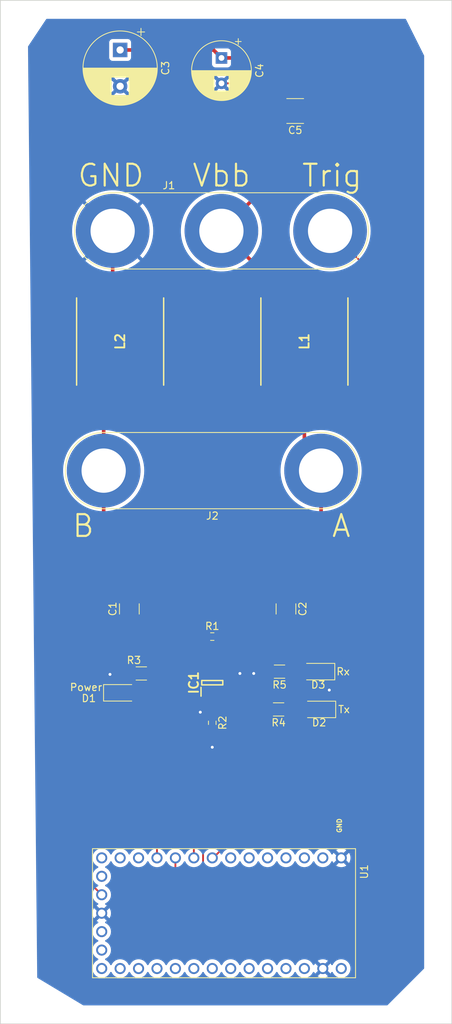
<source format=kicad_pcb>
(kicad_pcb (version 20211014) (generator pcbnew)
  (layers (0 "F.Cu" signal) (31 "B.Cu" signal) (34 "B.Paste" user) (35 "F.Paste" user) (36 "B.SilkS" user "B.Silkscreen") (37 "F.SilkS" user "F.Silkscreen") (38 "B.Mask" user) (39 "F.Mask" user) (44 "Edge.Cuts" user))
  (net 0 "")
  (net 8 "B")
  (net 9 "A")
  (net 10 "Vbb")
  (net 25 "GND")
  (net 26 "Net-(IC1-Pad1)")
  (net 27 "MODE")
  (net 31 "Net-(IC1-Pad3)")
  (net 32 "Net-(IC1-Pad4)")
  (net 33 "3.3V")
  (net 34 "Trig")
  (net 35 "Net-(C1-Pad1)")
  (net 36 "Net-(C2-Pad2)")
  (net 37 "Net-(D1-Pad2)")
  (net 38 "Net-(D2-Pad2)")
  (net 39 "Net-(D3-Pad2)")
  (footprint "MSS1278-124KLD:INDPM120120X805N" (layer "F.Cu") (at 115.57 111.76 -90)
    (fp_text reference "L1" (at 0 0 90) (layer "F.SilkS") (effects (font (size 1.27 1.27) (thickness 0.254))))
    (fp_text value "120 uH - 1.9A" hide)
    (fp_line (start -6 6) (end 6 6) (layer "F.SilkS") (width 0.2))
    (fp_line (start 6 -6) (end -6 -6) (layer "F.SilkS") (width 0.2))
    (pad "1" smd rect (at -4.4 0 270) (size 4.5 5.1) (layers "F.Cu" "F.Paste" "F.Mask") (net 10 "Vbb"))
    (pad "2" smd rect (at 4.4 0 270) (size 4.5 5.1) (layers "F.Cu" "F.Paste" "F.Mask") (net 9 "A"))
  )
  (footprint "Resistor_SMD:R_1206_3216Metric" (layer "F.Cu") (at 93.091 157.48)
    (fp_text reference "R3" (at -1.016 -1.82) (layer "F.SilkS"))
    (fp_text value "1k")
    (fp_line (start -0.727064 -0.91) (end 0.727064 -0.91) (layer "F.SilkS") (width 0.12))
    (fp_line (start -0.727064 0.91) (end 0.727064 0.91) (layer "F.SilkS") (width 0.12))
    (pad "1" smd roundrect (at -1.4625 0) (size 1.125 1.75) (layers "F.Cu" "F.Paste" "F.Mask") (roundrect_rratio 0.222222) (net 37 "Net-(D1-Pad2)"))
    (pad "2" smd roundrect (at 1.4625 0) (size 1.125 1.75) (layers "F.Cu" "F.Paste" "F.Mask") (roundrect_rratio 0.222222) (net 33 "3.3V"))
  )
  (footprint "Connector:Banana_Jack_3Pin" (layer "F.Cu") (at 89.14 96.52)
    (fp_text reference "J1" (at 7.75 -6.25) (layer "F.SilkS"))
    (fp_text value "Conn_01x03")
    (fp_line (start 0 5.25) (end 30 5.25) (layer "F.SilkS") (width 0.12))
    (fp_line (start 30 -5.25) (end 0 -5.25) (layer "F.SilkS") (width 0.12))
    (fp_arc (start 30 -5.25) (mid 35.25 0) (end 30 5.25) (layer "F.SilkS") (width 0.12))
    (fp_arc (start 0 5.25) (mid -5.25 0) (end 0 -5.25) (layer "F.SilkS") (width 0.12))
    (pad "1" thru_hole circle (at 0 0) (size 10.16 10.16) (drill 6.1) (layers *.Cu *.Mask) (net 25 "GND"))
    (pad "2" thru_hole circle (at 14.99 0) (size 10.16 10.16) (drill 6.1) (layers *.Cu *.Mask) (net 10 "Vbb"))
    (pad "3" thru_hole circle (at 29.97 0) (size 10.16 10.16) (drill 6.1) (layers *.Cu *.Mask) (net 34 "Trig"))
  )
  (footprint "LED_SMD:LED_1206_3216Metric" (layer "F.Cu") (at 90.17 160.147)
    (fp_text reference "D1" (at -4.318 0.762) (layer "F.SilkS"))
    (fp_text value "LED_blue")
    (fp_line (start 1.6 -1.135) (end -2.285 -1.135) (layer "F.SilkS") (width 0.12))
    (fp_line (start -2.285 1.135) (end 1.6 1.135) (layer "F.SilkS") (width 0.12))
    (fp_line (start -2.285 -1.135) (end -2.285 1.135) (layer "F.SilkS") (width 0.12))
    (pad "1" smd roundrect (at -1.4 0) (size 1.25 1.75) (layers "F.Cu" "F.Paste" "F.Mask") (roundrect_rratio 0.2) (net 25 "GND"))
    (pad "2" smd roundrect (at 1.4 0) (size 1.25 1.75) (layers "F.Cu" "F.Paste" "F.Mask") (roundrect_rratio 0.2) (net 37 "Net-(D1-Pad2)"))
  )
  (footprint "LED_SMD:LED_1206_3216Metric" (layer "F.Cu") (at 117.475 157.226 180)
    (fp_text reference "D3" (at 0 -1.82) (layer "F.SilkS"))
    (fp_text value "LED_red")
    (fp_line (start 1.6 -1.135) (end -2.285 -1.135) (layer "F.SilkS") (width 0.12))
    (fp_line (start -2.285 -1.135) (end -2.285 1.135) (layer "F.SilkS") (width 0.12))
    (fp_line (start -2.285 1.135) (end 1.6 1.135) (layer "F.SilkS") (width 0.12))
    (pad "1" smd roundrect (at -1.4 0 180) (size 1.25 1.75) (layers "F.Cu" "F.Paste" "F.Mask") (roundrect_rratio 0.2) (net 25 "GND"))
    (pad "2" smd roundrect (at 1.4 0 180) (size 1.25 1.75) (layers "F.Cu" "F.Paste" "F.Mask") (roundrect_rratio 0.2) (net 39 "Net-(D3-Pad2)"))
  )
  (footprint "Resistor_SMD:R_0603_1608Metric" (layer "F.Cu") (at 102.87 152.4)
    (fp_text reference "R1" (at 0 -1.43) (layer "F.SilkS"))
    (fp_text value "120")
    (fp_line (start -0.237258 0.5225) (end 0.237258 0.5225) (layer "F.SilkS") (width 0.12))
    (fp_line (start -0.237258 -0.5225) (end 0.237258 -0.5225) (layer "F.SilkS") (width 0.12))
    (pad "1" smd roundrect (at -0.825 0) (size 0.8 0.95) (layers "F.Cu" "F.Paste" "F.Mask") (net 35 "Net-(C1-Pad1)"))
    (pad "2" smd roundrect (at 0.825 0) (size 0.8 0.95) (layers "F.Cu" "F.Paste" "F.Mask") (net 36 "Net-(C2-Pad2)"))
  )
  (footprint "MSS1278-124KLD:INDPM120120X805N" (layer "F.Cu") (at 90.17 111.76 -90)
    (fp_text reference "L2" (at 0 0 90) (layer "F.SilkS") (effects (font (size 1.27 1.27) (thickness 0.254))))
    (fp_text value "120 uH - 1.9A" hide)
    (fp_line (start 6 -6) (end -6 -6) (layer "F.SilkS") (width 0.2))
    (fp_line (start -6 6) (end 6 6) (layer "F.SilkS") (width 0.2))
    (pad "1" smd rect (at -4.4 0 270) (size 4.5 5.1) (layers "F.Cu" "F.Paste" "F.Mask") (net 25 "GND"))
    (pad "2" smd rect (at 4.4 0 270) (size 4.5 5.1) (layers "F.Cu" "F.Paste" "F.Mask") (net 8 "B"))
  )
  (footprint "Resistor_SMD:R_1206_3216Metric" (layer "F.Cu") (at 112.141 157.226 180)
    (fp_text reference "R5" (at 0 -1.82) (layer "F.SilkS"))
    (fp_text value "1k")
    (fp_line (start -0.727064 -0.91) (end 0.727064 -0.91) (layer "F.SilkS") (width 0.12))
    (fp_line (start -0.727064 0.91) (end 0.727064 0.91) (layer "F.SilkS") (width 0.12))
    (pad "1" smd roundrect (at -1.4625 0 180) (size 1.125 1.75) (layers "F.Cu" "F.Paste" "F.Mask") (roundrect_rratio 0.222222) (net 39 "Net-(D3-Pad2)"))
    (pad "2" smd roundrect (at 1.4625 0 180) (size 1.125 1.75) (layers "F.Cu" "F.Paste" "F.Mask") (roundrect_rratio 0.222222) (net 26 "Net-(IC1-Pad1)"))
  )
  (footprint "Capacitor_THT:CP_Radial_D8.0mm_P3.50mm" (layer "F.Cu") (at 104.14 72.7 -90)
    (fp_text reference "C4" (at 1.75 -5.25 90) (layer "F.SilkS"))
    (fp_text value "10 uF - 200V")
    (fp_line (start 2.951 -3.902) (end 2.951 -1.04) (layer "F.SilkS") (width 0.12))
    (fp_line (start 5.271 -2.102) (end 5.271 2.102) (layer "F.SilkS") (width 0.12))
    (fp_line (start 2.751 1.04) (end 2.751 3.957) (layer "F.SilkS") (width 0.12))
    (fp_line (start 3.791 -3.54) (end 3.791 -1.04) (layer "F.SilkS") (width 0.12))
    (fp_line (start 1.83 -4.08) (end 1.83 4.08) (layer "F.SilkS") (width 0.12))
    (fp_line (start 5.391 -1.89) (end 5.391 1.89) (layer "F.SilkS") (width 0.12))
    (fp_line (start 4.831 -2.697) (end 4.831 2.697) (layer "F.SilkS") (width 0.12))
    (fp_line (start 3.951 1.04) (end 3.951 3.444) (layer "F.SilkS") (width 0.12))
    (fp_line (start -2.659698 -2.315) (end -1.859698 -2.315) (layer "F.SilkS") (width 0.12))
    (fp_line (start 2.11 -4.065) (end 2.11 4.065) (layer "F.SilkS") (width 0.12))
    (fp_line (start 5.471 -1.731) (end 5.471 1.731) (layer "F.SilkS") (width 0.12))
    (fp_line (start 2.551 1.04) (end 2.551 4.002) (layer "F.SilkS") (width 0.12))
    (fp_line (start 2.951 1.04) (end 2.951 3.902) (layer "F.SilkS") (width 0.12))
    (fp_line (start 2.31 -4.042) (end 2.31 4.042) (layer "F.SilkS") (width 0.12))
    (fp_line (start 4.311 1.04) (end 4.311 3.189) (layer "F.SilkS") (width 0.12))
    (fp_line (start 5.551 -1.552) (end 5.551 1.552) (layer "F.SilkS") (width 0.12))
    (fp_line (start 2.911 1.04) (end 2.911 3.914) (layer "F.SilkS") (width 0.12))
    (fp_line (start 2.591 1.04) (end 2.591 3.994) (layer "F.SilkS") (width 0.12))
    (fp_line (start 2.19 -4.057) (end 2.19 4.057) (layer "F.SilkS") (width 0.12))
    (fp_line (start 3.831 -3.517) (end 3.831 -1.04) (layer "F.SilkS") (width 0.12))
    (fp_line (start 4.591 -2.945) (end 4.591 2.945) (layer "F.SilkS") (width 0.12))
    (fp_line (start 3.391 1.04) (end 3.391 3.74) (layer "F.SilkS") (width 0.12))
    (fp_line (start 1.99 -4.074) (end 1.99 4.074) (layer "F.SilkS") (width 0.12))
    (fp_line (start 3.431 -3.722) (end 3.431 -1.04) (layer "F.SilkS") (width 0.12))
    (fp_line (start 2.671 -3.976) (end 2.671 -1.04) (layer "F.SilkS") (width 0.12))
    (fp_line (start 4.271 -3.22) (end 4.271 -1.04) (layer "F.SilkS") (width 0.12))
    (fp_line (start 1.79 -4.08) (end 1.79 4.08) (layer "F.SilkS") (width 0.12))
    (fp_line (start 3.111 -3.85) (end 3.111 -1.04) (layer "F.SilkS") (width 0.12))
    (fp_line (start 4.071 -3.365) (end 4.071 -1.04) (layer "F.SilkS") (width 0.12))
    (fp_line (start 5.231 -2.166) (end 5.231 2.166) (layer "F.SilkS") (width 0.12))
    (fp_line (start 3.351 1.04) (end 3.351 3.757) (layer "F.SilkS") (width 0.12))
    (fp_line (start 3.071 1.04) (end 3.071 3.863) (layer "F.SilkS") (width 0.12))
    (fp_line (start 4.711 -2.826) (end 4.711 2.826) (layer "F.SilkS") (width 0.12))
    (fp_line (start 4.191 -3.28) (end 4.191 -1.04) (layer "F.SilkS") (width 0.12))
    (fp_line (start 3.031 -3.877) (end 3.031 -1.04) (layer "F.SilkS") (width 0.12))
    (fp_line (start 4.111 1.04) (end 4.111 3.338) (layer "F.SilkS") (width 0.12))
    (fp_line (start 4.071 1.04) (end 4.071 3.365) (layer "F.SilkS") (width 0.12))
    (fp_line (start 2.03 -4.071) (end 2.03 4.071) (layer "F.SilkS") (width 0.12))
    (fp_line (start 4.391 1.04) (end 4.391 3.124) (layer "F.SilkS") (width 0.12))
    (fp_line (start 2.791 -3.947) (end 2.791 -1.04) (layer "F.SilkS") (width 0.12))
    (fp_line (start 2.471 1.04) (end 2.471 4.017) (layer "F.SilkS") (width 0.12))
    (fp_line (start -2.259698 -2.715) (end -2.259698 -1.915) (layer "F.SilkS") (width 0.12))
    (fp_line (start 5.431 -1.813) (end 5.431 1.813) (layer "F.SilkS") (width 0.12))
    (fp_line (start 3.391 -3.74) (end 3.391 -1.04) (layer "F.SilkS") (width 0.12))
    (fp_line (start 3.551 1.04) (end 3.551 3.666) (layer "F.SilkS") (width 0.12))
    (fp_line (start 3.991 -3.418) (end 3.991 -1.04) (layer "F.SilkS") (width 0.12))
    (fp_line (start 3.191 -3.821) (end 3.191 -1.04) (layer "F.SilkS") (width 0.12))
    (fp_line (start 4.471 -3.055) (end 4.471 -1.04) (layer "F.SilkS") (width 0.12))
    (fp_line (start 5.711 -1.098) (end 5.711 1.098) (layer "F.SilkS") (width 0.12))
    (fp_line (start 2.551 -4.002) (end 2.551 -1.04) (layer "F.SilkS") (width 0.12))
    (fp_line (start 3.311 -3.774) (end 3.311 -1.04) (layer "F.SilkS") (width 0.12))
    (fp_line (start 3.511 1.04) (end 3.511 3.686) (layer "F.SilkS") (width 0.12))
    (fp_line (start 2.711 -3.967) (end 2.711 -1.04) (layer "F.SilkS") (width 0.12))
    (fp_line (start 4.231 1.04) (end 4.231 3.25) (layer "F.SilkS") (width 0.12))
    (fp_line (start 3.191 1.04) (end 3.191 3.821) (layer "F.SilkS") (width 0.12))
    (fp_line (start 4.271 1.04) (end 4.271 3.22) (layer "F.SilkS") (width 0.12))
    (fp_line (start 4.631 -2.907) (end 4.631 2.907) (layer "F.SilkS") (width 0.12))
    (fp_line (start 4.551 -2.983) (end 4.551 2.983) (layer "F.SilkS") (width 0.12))
    (fp_line (start 4.871 -2.651) (end 4.871 2.651) (layer "F.SilkS") (width 0.12))
    (fp_line (start 3.551 -3.666) (end 3.551 -1.04) (layer "F.SilkS") (width 0.12))
    (fp_line (start 4.351 -3.156) (end 4.351 -1.04) (layer "F.SilkS") (width 0.12))
    (fp_line (start 4.671 -2.867) (end 4.671 2.867) (layer "F.SilkS") (width 0.12))
    (fp_line (start 3.271 -3.79) (end 3.271 -1.04) (layer "F.SilkS") (width 0.12))
    (fp_line (start 2.871 -3.925) (end 2.871 -1.04) (layer "F.SilkS") (width 0.12))
    (fp_line (start 2.991 1.04) (end 2.991 3.889) (layer "F.SilkS") (width 0.12))
    (fp_line (start 1.95 -4.076) (end 1.95 4.076) (layer "F.SilkS") (width 0.12))
    (fp_line (start 5.351 -1.964) (end 5.351 1.964) (layer "F.SilkS") (width 0.12))
    (fp_line (start 5.031 -2.454) (end 5.031 2.454) (layer "F.SilkS") (width 0.12))
    (fp_line (start 3.871 1.04) (end 3.871 3.493) (layer "F.SilkS") (width 0.12))
    (fp_line (start 2.35 -4.037) (end 2.35 4.037) (layer "F.SilkS") (width 0.12))
    (fp_line (start 4.511 -3.019) (end 4.511 -1.04) (layer "F.SilkS") (width 0.12))
    (fp_line (start 1.91 -4.077) (end 1.91 4.077) (layer "F.SilkS") (width 0.12))
    (fp_line (start 5.831 -0.533) (end 5.831 0.533) (layer "F.SilkS") (width 0.12))
    (fp_line (start 5.591 -1.453) (end 5.591 1.453) (layer "F.SilkS") (width 0.12))
    (fp_line (start 2.671 1.04) (end 2.671 3.976) (layer "F.SilkS") (width 0.12))
    (fp_line (start 2.39 -4.03) (end 2.39 4.03) (layer "F.SilkS") (width 0.12))
    (fp_line (start 2.631 -3.985) (end 2.631 -1.04) (layer "F.SilkS") (width 0.12))
    (fp_line (start 5.631 -1.346) (end 5.631 1.346) (layer "F.SilkS") (width 0.12))
    (fp_line (start 3.791 1.04) (end 3.791 3.54) (layer "F.SilkS") (width 0.12))
    (fp_line (start 2.711 1.04) (end 2.711 3.967) (layer "F.SilkS") (width 0.12))
    (fp_line (start 3.151 -3.835) (end 3.151 -1.04) (layer "F.SilkS") (width 0.12))
    (fp_line (start 3.671 1.04) (end 3.671 3.606) (layer "F.SilkS") (width 0.12))
    (fp_line (start 3.711 -3.584) (end 3.711 -1.04) (layer "F.SilkS") (width 0.12))
    (fp_line (start 2.831 1.04) (end 2.831 3.936) (layer "F.SilkS") (width 0.12))
    (fp_line (start 1.87 -4.079) (end 1.87 4.079) (layer "F.SilkS") (width 0.12))
    (fp_line (start 2.911 -3.914) (end 2.911 -1.04) (layer "F.SilkS") (width 0.12))
    (fp_line (start 3.471 -3.704) (end 3.471 -1.04) (layer "F.SilkS") (width 0.12))
    (fp_line (start 4.431 -3.09) (end 4.431 -1.04) (layer "F.SilkS") (width 0.12))
    (fp_line (start 4.311 -3.189) (end 4.311 -1.04) (layer "F.SilkS") (width 0.12))
    (fp_line (start 3.991 1.04) (end 3.991 3.418) (layer "F.SilkS") (width 0.12))
    (fp_line (start 2.751 -3.957) (end 2.751 -1.04) (layer "F.SilkS") (width 0.12))
    (fp_line (start 5.511 -1.645) (end 5.511 1.645) (layer "F.SilkS") (width 0.12))
    (fp_line (start 5.791 -0.768) (end 5.791 0.768) (layer "F.SilkS") (width 0.12))
    (fp_line (start 2.43 -4.024) (end 2.43 4.024) (layer "F.SilkS") (width 0.12))
    (fp_line (start 2.471 -4.017) (end 2.471 -1.04) (layer "F.SilkS") (width 0.12))
    (fp_line (start 2.991 -3.889) (end 2.991 -1.04) (layer "F.SilkS") (width 0.12))
    (fp_line (start 5.111 -2.345) (end 5.111 2.345) (layer "F.SilkS") (width 0.12))
    (fp_line (start 3.831 1.04) (end 3.831 3.517) (layer "F.SilkS") (width 0.12))
    (fp_line (start 2.23 -4.052) (end 2.23 4.052) (layer "F.SilkS") (width 0.12))
    (fp_line (start 3.591 1.04) (end 3.591 3.647) (layer "F.SilkS") (width 0.12))
    (fp_line (start 4.431 1.04) (end 4.431 3.09) (layer "F.SilkS") (width 0.12))
    (fp_line (start 4.751 -2.784) (end 4.751 2.784) (layer "F.SilkS") (width 0.12))
    (fp_line (start 3.711 1.04) (end 3.711 3.584) (layer "F.SilkS") (width 0.12))
    (fp_line (start 4.151 -3.309) (end 4.151 -1.04) (layer "F.SilkS") (width 0.12))
    (fp_line (start 3.271 1.04) (end 3.271 3.79) (layer "F.SilkS") (width 0.12))
    (fp_line (start 1.75 -4.08) (end 1.75 4.08) (layer "F.SilkS") (width 0.12))
    (fp_line (start 5.151 -2.287) (end 5.151 2.287) (layer "F.SilkS") (width 0.12))
    (fp_line (start 3.631 -3.627) (end 3.631 -1.04) (layer "F.SilkS") (width 0.12))
    (fp_line (start 5.191 -2.228) (end 5.191 2.228) (layer "F.SilkS") (width 0.12))
    (fp_line (start 5.071 -2.4) (end 5.071 2.4) (layer "F.SilkS") (width 0.12))
    (fp_line (start 3.151 1.04) (end 3.151 3.835) (layer "F.SilkS") (width 0.12))
    (fp_line (start 4.991 -2.505) (end 4.991 2.505) (layer "F.SilkS") (width 0.12))
    (fp_line (start 3.231 -3.805) (end 3.231 -1.04) (layer "F.SilkS") (width 0.12))
    (fp_line (start 3.631 1.04) (end 3.631 3.627) (layer "F.SilkS") (width 0.12))
    (fp_line (start 3.071 -3.863) (end 3.071 -1.04) (layer "F.SilkS") (width 0.12))
    (fp_line (start 4.511 1.04) (end 4.511 3.019) (layer "F.SilkS") (width 0.12))
    (fp_line (start 4.031 1.04) (end 4.031 3.392) (layer "F.SilkS") (width 0.12))
    (fp_line (start 2.15 -4.061) (end 2.15 4.061) (layer "F.SilkS") (width 0.12))
    (fp_line (start 5.751 -0.948) (end 5.751 0.948) (layer "F.SilkS") (width 0.12))
    (fp_line (start 3.431 1.04) (end 3.431 3.722) (layer "F.SilkS") (width 0.12))
    (fp_line (start 3.591 -3.647) (end 3.591 -1.04) (layer "F.SilkS") (width 0.12))
    (fp_line (start 2.27 -4.048) (end 2.27 4.048) (layer "F.SilkS") (width 0.12))
    (fp_line (start 3.231 1.04) (end 3.231 3.805) (layer "F.SilkS") (width 0.12))
    (fp_line (start 3.911 1.04) (end 3.911 3.469) (layer "F.SilkS") (width 0.12))
    (fp_line (start 4.471 1.04) (end 4.471 3.055) (layer "F.SilkS") (width 0.12))
    (fp_line (start 3.951 -3.444) (end 3.951 -1.04) (layer "F.SilkS") (width 0.12))
    (fp_line (start 4.351 1.04) (end 4.351 3.156) (layer "F.SilkS") (width 0.12))
    (fp_line (start 3.751 1.04) (end 3.751 3.562) (layer "F.SilkS") (width 0.12))
    (fp_line (start 4.951 -2.556) (end 4.951 2.556) (layer "F.SilkS") (width 0.12))
    (fp_line (start 4.231 -3.25) (end 4.231 -1.04) (layer "F.SilkS") (width 0.12))
    (fp_line (start 4.191 1.04) (end 4.191 3.28) (layer "F.SilkS") (width 0.12))
    (fp_line (start 2.07 -4.068) (end 2.07 4.068) (layer "F.SilkS") (width 0.12))
    (fp_line (start 4.791 -2.741) (end 4.791 2.741) (layer "F.SilkS") (width 0.12))
    (fp_line (start 2.511 1.04) (end 2.511 4.01) (layer "F.SilkS") (width 0.12))
    (fp_line (start 4.391 -3.124) (end 4.391 -1.04) (layer "F.SilkS") (width 0.12))
    (fp_line (start 5.311 -2.034) (end 5.311 2.034) (layer "F.SilkS") (width 0.12))
    (fp_line (start 4.031 -3.392) (end 4.031 -1.04) (layer "F.SilkS") (width 0.12))
    (fp_line (start 2.511 -4.01) (end 2.511 -1.04) (layer "F.SilkS") (width 0.12))
    (fp_line (start 3.111 1.04) (end 3.111 3.85) (layer "F.SilkS") (width 0.12))
    (fp_line (start 5.671 -1.229) (end 5.671 1.229) (layer "F.SilkS") (width 0.12))
    (fp_line (start 2.831 -3.936) (end 2.831 -1.04) (layer "F.SilkS") (width 0.12))
    (fp_line (start 4.151 1.04) (end 4.151 3.309) (layer "F.SilkS") (width 0.12))
    (fp_line (start 2.871 1.04) (end 2.871 3.925) (layer "F.SilkS") (width 0.12))
    (fp_line (start 3.311 1.04) (end 3.311 3.774) (layer "F.SilkS") (width 0.12))
    (fp_line (start 3.471 1.04) (end 3.471 3.704) (layer "F.SilkS") (width 0.12))
    (fp_line (start 3.911 -3.469) (end 3.911 -1.04) (layer "F.SilkS") (width 0.12))
    (fp_line (start 3.871 -3.493) (end 3.871 -1.04) (layer "F.SilkS") (width 0.12))
    (fp_line (start 3.511 -3.686) (end 3.511 -1.04) (layer "F.SilkS") (width 0.12))
    (fp_line (start 4.111 -3.338) (end 4.111 -1.04) (layer "F.SilkS") (width 0.12))
    (fp_line (start 2.791 1.04) (end 2.791 3.947) (layer "F.SilkS") (width 0.12))
    (fp_line (start 3.671 -3.606) (end 3.671 -1.04) (layer "F.SilkS") (width 0.12))
    (fp_line (start 3.751 -3.562) (end 3.751 -1.04) (layer "F.SilkS") (width 0.12))
    (fp_line (start 4.911 -2.604) (end 4.911 2.604) (layer "F.SilkS") (width 0.12))
    (fp_line (start 2.631 1.04) (end 2.631 3.985) (layer "F.SilkS") (width 0.12))
    (fp_line (start 3.351 -3.757) (end 3.351 -1.04) (layer "F.SilkS") (width 0.12))
    (fp_line (start 3.031 1.04) (end 3.031 3.877) (layer "F.SilkS") (width 0.12))
    (fp_line (start 2.591 -3.994) (end 2.591 -1.04) (layer "F.SilkS") (width 0.12))
    (fp_circle (center 1.75 0) (end 5.87 0) (layer "F.SilkS") (width 0.12) (fill none))
    (pad "1" thru_hole rect (at 0 0 270) (size 1.6 1.6) (drill 0.8) (layers *.Cu *.Mask) (net 10 "Vbb"))
    (pad "2" thru_hole circle (at 3.5 0 270) (size 1.6 1.6) (drill 0.8) (layers *.Cu *.Mask) (net 25 "GND"))
  )
  (footprint "THVD8000:SOT65P280X110-8N" (layer "F.Cu") (at 102.87 158.75 90)
    (fp_text reference "IC1" (at 0 -2.54 90) (layer "F.SilkS") (effects (font (size 1.27 1.27) (thickness 0.254))))
    (fp_text value "THVD8000DDFR" hide)
    (fp_line (start 0.3 -1.45) (end 0.3 1.45) (layer "F.SilkS") (width 0.2))
    (fp_line (start -0.3 1.45) (end -0.3 -1.45) (layer "F.SilkS") (width 0.2))
    (fp_line (start 0.3 1.45) (end -0.3 1.45) (layer "F.SilkS") (width 0.2))
    (fp_line (start -1.85 -1.55) (end -0.65 -1.55) (layer "F.SilkS") (width 0.2))
    (fp_line (start -0.3 -1.45) (end 0.3 -1.45) (layer "F.SilkS") (width 0.2))
    (pad "1" smd rect (at -1.25 -0.975 180) (size 0.45 1.2) (layers "F.Cu" "F.Paste" "F.Mask") (net 26 "Net-(IC1-Pad1)"))
    (pad "2" smd rect (at -1.25 -0.325 180) (size 0.45 1.2) (layers "F.Cu" "F.Paste" "F.Mask") (net 27 "MODE"))
    (pad "3" smd rect (at -1.25 0.325 180) (size 0.45 1.2) (layers "F.Cu" "F.Paste" "F.Mask") (net 31 "Net-(IC1-Pad3)"))
    (pad "4" smd rect (at -1.25 0.975 180) (size 0.45 1.2) (layers "F.Cu" "F.Paste" "F.Mask") (net 32 "Net-(IC1-Pad4)"))
    (pad "5" smd rect (at 1.25 0.975 180) (size 0.45 1.2) (layers "F.Cu" "F.Paste" "F.Mask") (net 25 "GND"))
    (pad "6" smd rect (at 1.25 0.325 180) (size 0.45 1.2) (layers "F.Cu" "F.Paste" "F.Mask") (net 36 "Net-(C2-Pad2)"))
    (pad "7" smd rect (at 1.25 -0.325 180) (size 0.45 1.2) (layers "F.Cu" "F.Paste" "F.Mask") (net 35 "Net-(C1-Pad1)"))
    (pad "8" smd rect (at 1.25 -0.975 180) (size 0.45 1.2) (layers "F.Cu" "F.Paste" "F.Mask") (net 33 "3.3V"))
  )
  (footprint "Resistor_SMD:R_0603_1608Metric" (layer "F.Cu") (at 102.87 164.275 -90)
    (fp_text reference "R2" (at 0 -1.43 90) (layer "F.SilkS"))
    (fp_text value "1.5 k")
    (fp_line (start -0.237258 0.5225) (end 0.237258 0.5225) (layer "F.SilkS") (width 0.12))
    (fp_line (start -0.237258 -0.5225) (end 0.237258 -0.5225) (layer "F.SilkS") (width 0.12))
    (pad "1" smd roundrect (at -0.825 0 270) (size 0.8 0.95) (layers "F.Cu" "F.Paste" "F.Mask") (net 31 "Net-(IC1-Pad3)"))
    (pad "2" smd roundrect (at 0.825 0 270) (size 0.8 0.95) (layers "F.Cu" "F.Paste" "F.Mask") (net 25 "GND"))
  )
  (footprint "Connector:Banana_Jack_2Pin" (layer "F.Cu") (at 117.87 129.54 180)
    (fp_text reference "J2" (at 14.985 -6.24) (layer "F.SilkS"))
    (fp_text value "Conn_01x02")
    (fp_line (start 30 -5.25) (end 0 -5.25) (layer "F.SilkS") (width 0.12))
    (fp_line (start 0 5.25) (end 30 5.25) (layer "F.SilkS") (width 0.12))
    (fp_arc (start 0 5.25) (mid -5.25 0) (end 0 -5.25) (layer "F.SilkS") (width 0.12))
    (fp_arc (start 30 -5.25) (mid 35.25 0) (end 30 5.25) (layer "F.SilkS") (width 0.12))
    (pad "1" thru_hole circle (at 0 0 180) (size 10.16 10.16) (drill 6.1) (layers *.Cu *.Mask) (net 9 "A"))
    (pad "2" thru_hole circle (at 29.97 0 180) (size 10.16 10.16) (drill 6.1) (layers *.Cu *.Mask) (net 8 "B"))
  )
  (footprint "Capacitor_THT:CP_Radial_D10.0mm_P5.00mm" (layer "F.Cu") (at 90.17 71.602323 -90)
    (fp_text reference "C3" (at 2.5 -6.25 90) (layer "F.SilkS"))
    (fp_text value "47 uF - 200V")
    (fp_line (start 5.301 1.241) (end 5.301 4.247) (layer "F.SilkS") (width 0.12))
    (fp_line (start 3.701 -4.938) (end 3.701 4.938) (layer "F.SilkS") (width 0.12))
    (fp_line (start 5.621 1.241) (end 5.621 4.02) (layer "F.SilkS") (width 0.12))
    (fp_line (start 5.821 1.241) (end 5.821 3.858) (layer "F.SilkS") (width 0.12))
    (fp_line (start 5.541 1.241) (end 5.541 4.08) (layer "F.SilkS") (width 0.12))
    (fp_line (start 5.661 1.241) (end 5.661 3.989) (layer "F.SilkS") (width 0.12))
    (fp_line (start 2.62 -5.079) (end 2.62 5.079) (layer "F.SilkS") (width 0.12))
    (fp_line (start 6.861 -2.645) (end 6.861 2.645) (layer "F.SilkS") (width 0.12))
    (fp_line (start 3.501 -4.982) (end 3.501 4.982) (layer "F.SilkS") (width 0.12))
    (fp_line (start 4.941 -4.462) (end 4.941 -1.241) (layer "F.SilkS") (width 0.12))
    (fp_line (start 4.381 -4.723) (end 4.381 -1.241) (layer "F.SilkS") (width 0.12))
    (fp_line (start 5.581 1.241) (end 5.581 4.05) (layer "F.SilkS") (width 0.12))
    (fp_line (start 4.501 -4.674) (end 4.501 -1.241) (layer "F.SilkS") (width 0.12))
    (fp_line (start 6.541 -3.106) (end 6.541 3.106) (layer "F.SilkS") (width 0.12))
    (fp_line (start 5.941 -3.753) (end 5.941 -1.241) (layer "F.SilkS") (width 0.12))
    (fp_line (start 4.821 -4.525) (end 4.821 -1.241) (layer "F.SilkS") (width 0.12))
    (fp_line (start 4.541 1.241) (end 4.541 4.657) (layer "F.SilkS") (width 0.12))
    (fp_line (start 5.221 -4.298) (end 5.221 -1.241) (layer "F.SilkS") (width 0.12))
    (fp_line (start 3.1 -5.045) (end 3.1 5.045) (layer "F.SilkS") (width 0.12))
    (fp_line (start 5.021 -4.417) (end 5.021 -1.241) (layer "F.SilkS") (width 0.12))
    (fp_line (start 5.021 1.241) (end 5.021 4.417) (layer "F.SilkS") (width 0.12))
    (fp_line (start 6.421 -3.254) (end 6.421 3.254) (layer "F.SilkS") (width 0.12))
    (fp_line (start 3.541 -4.974) (end 3.541 4.974) (layer "F.SilkS") (width 0.12))
    (fp_line (start 6.781 -2.77) (end 6.781 2.77) (layer "F.SilkS") (width 0.12))
    (fp_line (start 5.261 1.241) (end 5.261 4.273) (layer "F.SilkS") (width 0.12))
    (fp_line (start 4.141 -4.811) (end 4.141 -1.241) (layer "F.SilkS") (width 0.12))
    (fp_line (start 7.541 -0.862) (end 7.541 0.862) (layer "F.SilkS") (width 0.12))
    (fp_line (start 5.941 1.241) (end 5.941 3.753) (layer "F.SilkS") (width 0.12))
    (fp_line (start 6.341 -3.347) (end 6.341 3.347) (layer "F.SilkS") (width 0.12))
    (fp_line (start 4.981 -4.44) (end 4.981 -1.241) (layer "F.SilkS") (width 0.12))
    (fp_line (start 6.621 -3) (end 6.621 3) (layer "F.SilkS") (width 0.12))
    (fp_line (start 4.221 1.241) (end 4.221 4.783) (layer "F.SilkS") (width 0.12))
    (fp_line (start 3.861 -4.897) (end 3.861 -1.241) (layer "F.SilkS") (width 0.12))
    (fp_line (start 6.461 -3.206) (end 6.461 3.206) (layer "F.SilkS") (width 0.12))
    (fp_line (start 7.021 -2.365) (end 7.021 2.365) (layer "F.SilkS") (width 0.12))
    (fp_line (start 4.781 -4.545) (end 4.781 -1.241) (layer "F.SilkS") (width 0.12))
    (fp_line (start 4.181 1.241) (end 4.181 4.797) (layer "F.SilkS") (width 0.12))
    (fp_line (start 5.141 1.241) (end 5.141 4.347) (layer "F.SilkS") (width 0.12))
    (fp_line (start 4.341 1.241) (end 4.341 4.738) (layer "F.SilkS") (width 0.12))
    (fp_line (start 3.741 -4.928) (end 3.741 4.928) (layer "F.SilkS") (width 0.12))
    (fp_line (start 3.221 -5.03) (end 3.221 5.03) (layer "F.SilkS") (width 0.12))
    (fp_line (start 4.221 -4.783) (end 4.221 -1.241) (layer "F.SilkS") (width 0.12))
    (fp_line (start 7.101 -2.209) (end 7.101 2.209) (layer "F.SilkS") (width 0.12))
    (fp_line (start 5.461 -4.138) (end 5.461 -1.241) (layer "F.SilkS") (width 0.12))
    (fp_line (start 3.14 -5.04) (end 3.14 5.04) (layer "F.SilkS") (width 0.12))
    (fp_line (start 3.581 -4.965) (end 3.581 4.965) (layer "F.SilkS") (width 0.12))
    (fp_line (start 4.661 -4.603) (end 4.661 -1.241) (layer "F.SilkS") (width 0.12))
    (fp_line (start 2.7 -5.077) (end 2.7 5.077) (layer "F.SilkS") (width 0.12))
    (fp_line (start 5.901 -3.789) (end 5.901 -1.241) (layer "F.SilkS") (width 0.12))
    (fp_line (start 6.181 -3.52) (end 6.181 -1.241) (layer "F.SilkS") (width 0.12))
    (fp_line (start 6.581 -3.054) (end 6.581 3.054) (layer "F.SilkS") (width 0.12))
    (fp_line (start 5.301 -4.247) (end 5.301 -1.241) (layer "F.SilkS") (width 0.12))
    (fp_line (start 5.061 -4.395) (end 5.061 -1.241) (layer "F.SilkS") (width 0.12))
    (fp_line (start 3.981 -4.862) (end 3.981 -1.241) (layer "F.SilkS") (width 0.12))
    (fp_line (start 3.861 1.241) (end 3.861 4.897) (layer "F.SilkS") (width 0.12))
    (fp_line (start 7.301 -1.742) (end 7.301 1.742) (layer "F.SilkS") (width 0.12))
    (fp_line (start 6.381 -3.301) (end 6.381 3.301) (layer "F.SilkS") (width 0.12))
    (fp_line (start 6.701 -2.889) (end 6.701 2.889) (layer "F.SilkS") (width 0.12))
    (fp_line (start 5.341 1.241) (end 5.341 4.221) (layer "F.SilkS") (width 0.12))
    (fp_line (start 4.141 1.241) (end 4.141 4.811) (layer "F.SilkS") (width 0.12))
    (fp_line (start 4.501 1.241) (end 4.501 4.674) (layer "F.SilkS") (width 0.12))
    (fp_line (start 4.461 -4.69) (end 4.461 -1.241) (layer "F.SilkS") (width 0.12))
    (fp_line (start -2.979646 -2.875) (end -1.979646 -2.875) (layer "F.SilkS") (width 0.12))
    (fp_line (start 5.701 1.241) (end 5.701 3.957) (layer "F.SilkS") (width 0.12))
    (fp_line (start 2.54 -5.08) (end 2.54 5.08) (layer "F.SilkS") (width 0.12))
    (fp_line (start 6.981 -2.439) (end 6.981 2.439) (layer "F.SilkS") (width 0.12))
    (fp_line (start 2.58 -5.08) (end 2.58 5.08) (layer "F.SilkS") (width 0.12))
    (fp_line (start 4.581 1.241) (end 4.581 4.639) (layer "F.SilkS") (width 0.12))
    (fp_line (start 3.821 -4.907) (end 3.821 -1.241) (layer "F.SilkS") (width 0.12))
    (fp_line (start 5.981 -3.716) (end 5.981 -1.241) (layer "F.SilkS") (width 0.12))
    (fp_line (start 3.421 -4.997) (end 3.421 4.997) (layer "F.SilkS") (width 0.12))
    (fp_line (start 5.341 -4.221) (end 5.341 -1.241) (layer "F.SilkS") (width 0.12))
    (fp_line (start 5.101 1.241) (end 5.101 4.371) (layer "F.SilkS") (width 0.12))
    (fp_line (start 6.821 -2.709) (end 6.821 2.709) (layer "F.SilkS") (width 0.12))
    (fp_line (start 5.821 -3.858) (end 5.821 -1.241) (layer "F.SilkS") (width 0.12))
    (fp_line (start 4.061 -4.837) (end 4.061 -1.241) (layer "F.SilkS") (width 0.12))
    (fp_line (start 6.061 1.241) (end 6.061 3.64) (layer "F.SilkS") (width 0.12))
    (fp_line (start 4.901 -4.483) (end 4.901 -1.241) (layer "F.SilkS") (width 0.12))
    (fp_line (start 3.821 1.241) (end 3.821 4.907) (layer "F.SilkS") (width 0.12))
    (fp_line (start 5.541 -4.08) (end 5.541 -1.241) (layer "F.SilkS") (width 0.12))
    (fp_line (start 6.021 -3.679) (end 6.021 -1.241) (layer "F.SilkS") (width 0.12))
    (fp_line (start 3.621 -4.956) (end 3.621 4.956) (layer "F.SilkS") (width 0.12))
    (fp_line (start 6.661 -2.945) (end 6.661 2.945) (layer "F.SilkS") (width 0.12))
    (fp_line (start 7.421 -1.378) (end 7.421 1.378) (layer "F.SilkS") (width 0.12))
    (fp_line (start 4.861 -4.504) (end 4.861 -1.241) (layer "F.SilkS") (width 0.12))
    (fp_line (start 4.181 -4.797) (end 4.181 -1.241) (layer "F.SilkS") (width 0.12))
    (fp_line (start 6.941 -2.51) (end 6.941 2.51) (layer "F.SilkS") (width 0.12))
    (fp_line (start 4.061 1.241) (end 4.061 4.837) (layer "F.SilkS") (width 0.12))
    (fp_line (start 7.221 -1.944) (end 7.221 1.944) (layer "F.SilkS") (width 0.12))
    (fp_line (start 4.021 1.241) (end 4.021 4.85) (layer "F.SilkS") (width 0.12))
    (fp_line (start 3.941 1.241) (end 3.941 4.874) (layer "F.SilkS") (width 0.12))
    (fp_line (start 4.461 1.241) (end 4.461 4.69) (layer "F.SilkS") (width 0.12))
    (fp_line (start 5.741 1.241) (end 5.741 3.925) (layer "F.SilkS") (width 0.12))
    (fp_line (start 6.181 1.241) (end 6.181 3.52) (layer "F.SilkS") (width 0.12))
    (fp_line (start 4.021 -4.85) (end 4.021 -1.241) (layer "F.SilkS") (width 0.12))
    (fp_line (start 5.421 1.241) (end 5.421 4.166) (layer "F.SilkS") (width 0.12))
    (fp_line (start 4.861 1.241) (end 4.861 4.504) (layer "F.SilkS") (width 0.12))
    (fp_line (start 3.341 -5.011) (end 3.341 5.011) (layer "F.SilkS") (width 0.12))
    (fp_line (start 3.381 -5.004) (end 3.381 5.004) (layer "F.SilkS") (width 0.12))
    (fp_line (start 4.701 -4.584) (end 4.701 -1.241) (layer "F.SilkS") (width 0.12))
    (fp_line (start 3.06 -5.05) (end 3.06 5.05) (layer "F.SilkS") (width 0.12))
    (fp_line (start 2.86 -5.068) (end 2.86 5.068) (layer "F.SilkS") (width 0.12))
    (fp_line (start 5.381 -4.194) (end 5.381 -1.241) (layer "F.SilkS") (width 0.12))
    (fp_line (start 7.501 -1.062) (end 7.501 1.062) (layer "F.SilkS") (width 0.12))
    (fp_line (start 5.581 -4.05) (end 5.581 -1.241) (layer "F.SilkS") (width 0.12))
    (fp_line (start 4.381 1.241) (end 4.381 4.723) (layer "F.SilkS") (width 0.12))
    (fp_line (start 7.141 -2.125) (end 7.141 2.125) (layer "F.SilkS") (width 0.12))
    (fp_line (start 4.901 1.241) (end 4.901 4.483) (layer "F.SilkS") (width 0.12))
    (fp_line (start 3.901 -4.885) (end 3.901 -1.241) (layer "F.SilkS") (width 0.12))
    (fp_line (start 4.101 -4.824) (end 4.101 -1.241) (layer "F.SilkS") (width 0.12))
    (fp_line (start 5.701 -3.957) (end 5.701 -1.241) (layer "F.SilkS") (width 0.12))
    (fp_line (start 7.461 -1.23) (end 7.461 1.23) (layer "F.SilkS") (width 0.12))
    (fp_line (start 3.18 -5.035) (end 3.18 5.035) (layer "F.SilkS") (width 0.12))
    (fp_line (start 7.581 -0.599) (end 7.581 0.599) (layer "F.SilkS") (width 0.12))
    (fp_line (start -2.479646 -3.375) (end -2.479646 -2.375) (layer "F.SilkS") (width 0.12))
    (fp_line (start 6.021 1.241) (end 6.021 3.679) (layer "F.SilkS") (width 0.12))
    (fp_line (start 5.861 -3.824) (end 5.861 -1.241) (layer "F.SilkS") (width 0.12))
    (fp_line (start 7.381 -1.51) (end 7.381 1.51) (layer "F.SilkS") (width 0.12))
    (fp_line (start 7.181 -2.037) (end 7.181 2.037) (layer "F.SilkS") (width 0.12))
    (fp_line (start 2.98 -5.058) (end 2.98 5.058) (layer "F.SilkS") (width 0.12))
    (fp_line (start 6.501 -3.156) (end 6.501 3.156) (layer "F.SilkS") (width 0.12))
    (fp_line (start 5.221 1.241) (end 5.221 4.298) (layer "F.SilkS") (width 0.12))
    (fp_line (start 4.941 1.241) (end 4.941 4.462) (layer "F.SilkS") (width 0.12))
    (fp_line (start 6.101 -3.601) (end 6.101 -1.241) (layer "F.SilkS") (width 0.12))
    (fp_line (start 5.661 -3.989) (end 5.661 -1.241) (layer "F.SilkS") (width 0.12))
    (fp_line (start 4.261 -4.768) (end 4.261 -1.241) (layer "F.SilkS") (width 0.12))
    (fp_line (start 6.221 -3.478) (end 6.221 -1.241) (layer "F.SilkS") (width 0.12))
    (fp_line (start 3.781 1.241) (end 3.781 4.918) (layer "F.SilkS") (width 0.12))
    (fp_line (start 5.781 -3.892) (end 5.781 -1.241) (layer "F.SilkS") (width 0.12))
    (fp_line (start 4.621 1.241) (end 4.621 4.621) (layer "F.SilkS") (width 0.12))
    (fp_line (start 5.181 -4.323) (end 5.181 -1.241) (layer "F.SilkS") (width 0.12))
    (fp_line (start 6.261 -3.436) (end 6.261 3.436) (layer "F.SilkS") (width 0.12))
    (fp_line (start 5.461 1.241) (end 5.461 4.138) (layer "F.SilkS") (width 0.12))
    (fp_line (start 3.901 1.241) (end 3.901 4.885) (layer "F.SilkS") (width 0.12))
    (fp_line (start 6.101 1.241) (end 6.101 3.601) (layer "F.SilkS") (width 0.12))
    (fp_line (start 4.781 1.241) (end 4.781 4.545) (layer "F.SilkS") (width 0.12))
    (fp_line (start 2.78 -5.073) (end 2.78 5.073) (layer "F.SilkS") (width 0.12))
    (fp_line (start 5.861 1.241) (end 5.861 3.824) (layer "F.SilkS") (width 0.12))
    (fp_line (start 5.381 1.241) (end 5.381 4.194) (layer "F.SilkS") (width 0.12))
    (fp_line (start 4.661 1.241) (end 4.661 4.603) (layer "F.SilkS") (width 0.12))
    (fp_line (start 5.061 1.241) (end 5.061 4.395) (layer "F.SilkS") (width 0.12))
    (fp_line (start 6.141 -3.561) (end 6.141 -1.241) (layer "F.SilkS") (width 0.12))
    (fp_line (start 6.741 -2.83) (end 6.741 2.83) (layer "F.SilkS") (width 0.12))
    (fp_line (start 4.301 1.241) (end 4.301 4.754) (layer "F.SilkS") (width 0.12))
    (fp_line (start 4.421 -4.707) (end 4.421 -1.241) (layer "F.SilkS") (width 0.12))
    (fp_line (start 6.061 -3.64) (end 6.061 -1.241) (layer "F.SilkS") (width 0.12))
    (fp_line (start 5.101 -4.371) (end 5.101 -1.241) (layer "F.SilkS") (width 0.12))
    (fp_line (start 5.421 -4.166) (end 5.421 -1.241) (layer "F.SilkS") (width 0.12))
    (fp_line (start 6.901 -2.579) (end 6.901 2.579) (layer "F.SilkS") (width 0.12))
    (fp_line (start 2.74 -5.075) (end 2.74 5.075) (layer "F.SilkS") (width 0.12))
    (fp_line (start 5.981 1.241) (end 5.981 3.716) (layer "F.SilkS") (width 0.12))
    (fp_line (start 6.221 1.241) (end 6.221 3.478) (layer "F.SilkS") (width 0.12))
    (fp_line (start 7.061 -2.289) (end 7.061 2.289) (layer "F.SilkS") (width 0.12))
    (fp_line (start 3.981 1.241) (end 3.981 4.862) (layer "F.SilkS") (width 0.12))
    (fp_line (start 7.261 -1.846) (end 7.261 1.846) (layer "F.SilkS") (width 0.12))
    (fp_line (start 5.621 -4.02) (end 5.621 -1.241) (layer "F.SilkS") (width 0.12))
    (fp_line (start 2.9 -5.065) (end 2.9 5.065) (layer "F.SilkS") (width 0.12))
    (fp_line (start 3.461 -4.99) (end 3.461 4.99) (layer "F.SilkS") (width 0.12))
    (fp_line (start 4.741 -4.564) (end 4.741 -1.241) (layer "F.SilkS") (width 0.12))
    (fp_line (start 4.581 -4.639) (end 4.581 -1.241) (layer "F.SilkS") (width 0.12))
    (fp_line (start 4.301 -4.754) (end 4.301 -1.241) (layer "F.SilkS") (width 0.12))
    (fp_line (start 4.341 -4.738) (end 4.341 -1.241) (layer "F.SilkS") (width 0.12))
    (fp_line (start 2.5 -5.08) (end 2.5 5.08) (layer "F.SilkS") (width 0.12))
    (fp_line (start 5.901 1.241) (end 5.901 3.789) (layer "F.SilkS") (width 0.12))
    (fp_line (start 5.181 1.241) (end 5.181 4.323) (layer "F.SilkS") (width 0.12))
    (fp_line (start 7.341 -1.63) (end 7.341 1.63) (layer "F.SilkS") (width 0.12))
    (fp_line (start 3.661 -4.947) (end 3.661 4.947) (layer "F.SilkS") (width 0.12))
    (fp_line (start 5.501 1.241) (end 5.501 4.11) (layer "F.SilkS") (width 0.12))
    (fp_line (start 2.94 -5.062) (end 2.94 5.062) (layer "F.SilkS") (width 0.12))
    (fp_line (start 4.421 1.241) (end 4.421 4.707) (layer "F.SilkS") (width 0.12))
    (fp_line (start 5.141 -4.347) (end 5.141 -1.241) (layer "F.SilkS") (width 0.12))
    (fp_line (start 5.261 -4.273) (end 5.261 -1.241) (layer "F.SilkS") (width 0.12))
    (fp_line (start 3.301 -5.018) (end 3.301 5.018) (layer "F.SilkS") (width 0.12))
    (fp_line (start 5.781 1.241) (end 5.781 3.892) (layer "F.SilkS") (width 0.12))
    (fp_line (start 3.941 -4.874) (end 3.941 -1.241) (layer "F.SilkS") (width 0.12))
    (fp_line (start 5.501 -4.11) (end 5.501 -1.241) (layer "F.SilkS") (width 0.12))
    (fp_line (start 3.781 -4.918) (end 3.781 -1.241) (layer "F.SilkS") (width 0.12))
    (fp_line (start 4.101 1.241) (end 4.101 4.824) (layer "F.SilkS") (width 0.12))
    (fp_line (start 3.02 -5.054) (end 3.02 5.054) (layer "F.SilkS") (width 0.12))
    (fp_line (start 3.261 -5.024) (end 3.261 5.024) (layer "F.SilkS") (width 0.12))
    (fp_line (start 4.741 1.241) (end 4.741 4.564) (layer "F.SilkS") (width 0.12))
    (fp_line (start 2.66 -5.078) (end 2.66 5.078) (layer "F.SilkS") (width 0.12))
    (fp_line (start 4.541 -4.657) (end 4.541 -1.241) (layer "F.SilkS") (width 0.12))
    (fp_line (start 4.701 1.241) (end 4.701 4.584) (layer "F.SilkS") (width 0.12))
    (fp_line (start 6.301 -3.392) (end 6.301 3.392) (layer "F.SilkS") (width 0.12))
    (fp_line (start 6.141 1.241) (end 6.141 3.561) (layer "F.SilkS") (width 0.12))
    (fp_line (start 4.981 1.241) (end 4.981 4.44) (layer "F.SilkS") (width 0.12))
    (fp_line (start 2.82 -5.07) (end 2.82 5.07) (layer "F.SilkS") (width 0.12))
    (fp_line (start 4.821 1.241) (end 4.821 4.525) (layer "F.SilkS") (width 0.12))
    (fp_line (start 4.621 -4.621) (end 4.621 -1.241) (layer "F.SilkS") (width 0.12))
    (fp_line (start 4.261 1.241) (end 4.261 4.768) (layer "F.SilkS") (width 0.12))
    (fp_line (start 5.741 -3.925) (end 5.741 -1.241) (layer "F.SilkS") (width 0.12))
    (fp_circle (center 2.5 0) (end 7.62 0) (layer "F.SilkS") (width 0.12) (fill none))
    (pad "1" thru_hole rect (at 0 0 270) (size 2 2) (drill 1) (layers *.Cu *.Mask) (net 10 "Vbb"))
    (pad "2" thru_hole circle (at 5 0 270) (size 2 2) (drill 1) (layers *.Cu *.Mask) (net 25 "GND"))
  )
  (footprint "Capacitor_SMD:C_1210_3225Metric" (layer "F.Cu") (at 91.44 148.59 90)
    (fp_text reference "C1" (at 0 -2.3 90) (layer "F.SilkS"))
    (fp_text value "0.47uF - 250V")
    (fp_line (start -0.711252 -1.36) (end 0.711252 -1.36) (layer "F.SilkS") (width 0.12))
    (fp_line (start -0.711252 1.36) (end 0.711252 1.36) (layer "F.SilkS") (width 0.12))
    (pad "1" smd roundrect (at -1.475 0 90) (size 1.15 2.7) (layers "F.Cu" "F.Paste" "F.Mask") (roundrect_rratio 0.217391) (net 35 "Net-(C1-Pad1)"))
    (pad "2" smd roundrect (at 1.475 0 90) (size 1.15 2.7) (layers "F.Cu" "F.Paste" "F.Mask") (roundrect_rratio 0.217391) (net 8 "B"))
  )
  (footprint "teensy4.0:teensy4.0" (layer "F.Cu") (at 104.14 190.5 -90)
    (fp_text reference "U1" (at -5.715 -19.685 90) (layer "F.SilkS"))
    (fp_text value "DEV-15583")
    (fp_text user "GND" (at -12.065 -16.256 90) (layer "F.SilkS") (effects (font (size 0.64 0.64))))
    (fp_line (start 8.89 -18.48) (end 8.89 17.78) (layer "F.SilkS") (width 0.127))
    (fp_line (start 8.89 17.78) (end -8.89 17.78) (layer "F.SilkS") (width 0.127))
    (fp_line (start -8.89 17.78) (end -8.89 -18.48) (layer "F.SilkS") (width 0.127))
    (fp_line (start -8.89 -18.48) (end 8.89 -18.48) (layer "F.SilkS") (width 0.127))
    (pad "0" thru_hole circle (at -7.62 -13.97 270) (size 1.53 1.53) (drill 1.02) (layers *.Cu *.Mask))
    (pad "1" thru_hole circle (at -7.62 -11.43 270) (size 1.53 1.53) (drill 1.02) (layers *.Cu *.Mask))
    (pad "2" thru_hole circle (at -7.62 -8.89 270) (size 1.53 1.53) (drill 1.02) (layers *.Cu *.Mask))
    (pad "3" thru_hole circle (at -7.62 -6.35 270) (size 1.53 1.53) (drill 1.02) (layers *.Cu *.Mask))
    (pad "3.3V_1" thru_hole circle (at -2.54 16.51 270) (size 1.53 1.53) (drill 1.02) (layers *.Cu *.Mask) (net 33 "3.3V"))
    (pad "3.3V_2" thru_hole circle (at 7.62 -11.43 270) (size 1.53 1.53) (drill 1.02) (layers *.Cu *.Mask))
    (pad "4" thru_hole circle (at -7.62 -3.81 270) (size 1.53 1.53) (drill 1.02) (layers *.Cu *.Mask))
    (pad "5" thru_hole circle (at -7.62 -1.27 270) (size 1.53 1.53) (drill 1.02) (layers *.Cu *.Mask))
    (pad "6" thru_hole circle (at -7.62 1.27 270) (size 1.53 1.53) (drill 1.02) (layers *.Cu *.Mask) (net 34 "Trig"))
    (pad "7" thru_hole circle (at -7.62 3.81 270) (size 1.53 1.53) (drill 1.02) (layers *.Cu *.Mask) (net 26 "Net-(IC1-Pad1)"))
    (pad "8" thru_hole circle (at -7.62 6.35 270) (size 1.53 1.53) (drill 1.02) (layers *.Cu *.Mask) (net 32 "Net-(IC1-Pad4)"))
    (pad "9" thru_hole circle (at -7.62 8.89 270) (size 1.53 1.53) (drill 1.02) (layers *.Cu *.Mask) (net 27 "MODE"))
    (pad "10" thru_hole circle (at -7.62 11.43 270) (size 1.53 1.53) (drill 1.02) (layers *.Cu *.Mask))
    (pad "11" thru_hole circle (at -7.62 13.97 270) (size 1.53 1.53) (drill 1.02) (layers *.Cu *.Mask))
    (pad "12" thru_hole circle (at -7.62 16.51 270) (size 1.53 1.53) (drill 1.02) (layers *.Cu *.Mask))
    (pad "13" thru_hole circle (at 7.62 16.51 270) (size 1.53 1.53) (drill 1.02) (layers *.Cu *.Mask))
    (pad "14" thru_hole circle (at 7.62 13.97 270) (size 1.53 1.53) (drill 1.02) (layers *.Cu *.Mask))
    (pad "15" thru_hole circle (at 7.62 11.43 270) (size 1.53 1.53) (drill 1.02) (layers *.Cu *.Mask))
    (pad "16" thru_hole circle (at 7.62 8.89 270) (size 1.53 1.53) (drill 1.02) (layers *.Cu *.Mask))
    (pad "17" thru_hole circle (at 7.62 6.35 270) (size 1.53 1.53) (drill 1.02) (layers *.Cu *.Mask))
    (pad "18" thru_hole circle (at 7.62 3.81 270) (size 1.53 1.53) (drill 1.02) (layers *.Cu *.Mask))
    (pad "19" thru_hole circle (at 7.62 1.27 270) (size 1.53 1.53) (drill 1.02) (layers *.Cu *.Mask))
    (pad "20" thru_hole circle (at 7.62 -1.27 270) (size 1.53 1.53) (drill 1.02) (layers *.Cu *.Mask))
    (pad "21" thru_hole circle (at 7.62 -3.81 270) (size 1.53 1.53) (drill 1.02) (layers *.Cu *.Mask))
    (pad "22" thru_hole circle (at 7.62 -6.35 270) (size 1.53 1.53) (drill 1.02) (layers *.Cu *.Mask))
    (pad "23" thru_hole circle (at 7.62 -8.89 270) (size 1.53 1.53) (drill 1.02) (layers *.Cu *.Mask))
    (pad "G1" thru_hole circle (at -7.62 -16.51 270) (size 1.53 1.53) (drill 1.02) (layers *.Cu *.Mask) (net 25 "GND"))
    (pad "G2" thru_hole circle (at 0 16.51 270) (size 1.53 1.53) (drill 1.02) (layers *.Cu *.Mask) (net 25 "GND"))
    (pad "G3" thru_hole circle (at 7.62 -13.97 270) (size 1.53 1.53) (drill 1.02) (layers *.Cu *.Mask) (net 25 "GND"))
    (pad "ON-OFF" thru_hole circle (at 5.08 16.51 270) (size 1.53 1.53) (drill 1.02) (layers *.Cu *.Mask))
    (pad "PGM" thru_hole circle (at 2.54 16.51 270) (size 1.53 1.53) (drill 1.02) (layers *.Cu *.Mask))
    (pad "VBAT" thru_hole circle (at -5.08 16.51 270) (size 1.53 1.53) (drill 1.02) (layers *.Cu *.Mask))
    (pad "VIN" thru_hole circle (at 7.62 -16.51 270) (size 1.53 1.53) (drill 1.02) (layers *.Cu *.Mask))
  )
  (footprint "LED_SMD:LED_1206_3216Metric" (layer "F.Cu") (at 117.602 162.433 180)
    (fp_text reference "D2" (at 0 -1.82) (layer "F.SilkS"))
    (fp_text value "LED_green")
    (fp_line (start -2.285 -1.135) (end -2.285 1.135) (layer "F.SilkS") (width 0.12))
    (fp_line (start -2.285 1.135) (end 1.6 1.135) (layer "F.SilkS") (width 0.12))
    (fp_line (start 1.6 -1.135) (end -2.285 -1.135) (layer "F.SilkS") (width 0.12))
    (pad "1" smd roundrect (at -1.4 0 180) (size 1.25 1.75) (layers "F.Cu" "F.Paste" "F.Mask") (roundrect_rratio 0.2) (net 25 "GND"))
    (pad "2" smd roundrect (at 1.4 0 180) (size 1.25 1.75) (layers "F.Cu" "F.Paste" "F.Mask") (roundrect_rratio 0.2) (net 38 "Net-(D2-Pad2)"))
  )
  (footprint "Resistor_SMD:R_1206_3216Metric" (layer "F.Cu") (at 112.014 162.433 180)
    (fp_text reference "R4" (at 0 -1.82) (layer "F.SilkS"))
    (fp_text value "1k")
    (fp_line (start -0.727064 -0.91) (end 0.727064 -0.91) (layer "F.SilkS") (width 0.12))
    (fp_line (start -0.727064 0.91) (end 0.727064 0.91) (layer "F.SilkS") (width 0.12))
    (pad "1" smd roundrect (at -1.4625 0 180) (size 1.125 1.75) (layers "F.Cu" "F.Paste" "F.Mask") (roundrect_rratio 0.222222) (net 38 "Net-(D2-Pad2)"))
    (pad "2" smd roundrect (at 1.4625 0 180) (size 1.125 1.75) (layers "F.Cu" "F.Paste" "F.Mask") (roundrect_rratio 0.222222) (net 32 "Net-(IC1-Pad4)"))
  )
  (footprint "Capacitor_SMD:C_1210_3225Metric" (layer "F.Cu") (at 113.03 148.59 -90)
    (fp_text reference "C2" (at 0 -2.3 90) (layer "F.SilkS"))
    (fp_text value "0.47uF - 250V")
    (fp_line (start -0.711252 1.36) (end 0.711252 1.36) (layer "F.SilkS") (width 0.12))
    (fp_line (start -0.711252 -1.36) (end 0.711252 -1.36) (layer "F.SilkS") (width 0.12))
    (pad "1" smd roundrect (at -1.475 0 270) (size 1.15 2.7) (layers "F.Cu" "F.Paste" "F.Mask") (roundrect_rratio 0.217391) (net 9 "A"))
    (pad "2" smd roundrect (at 1.475 0 270) (size 1.15 2.7) (layers "F.Cu" "F.Paste" "F.Mask") (roundrect_rratio 0.217391) (net 36 "Net-(C2-Pad2)"))
  )
  (footprint "Capacitor_SMD:C_1812_4532Metric" (layer "F.Cu") (at 114.3 80.01 180)
    (fp_text reference "C5" (at 0 -2.65) (layer "F.SilkS"))
    (fp_text value "1 uF - 200V")
    (fp_line (start -1.161252 -1.71) (end 1.161252 -1.71) (layer "F.SilkS") (width 0.12))
    (fp_line (start -1.161252 1.71) (end 1.161252 1.71) (layer "F.SilkS") (width 0.12))
    (pad "1" smd roundrect (at -2.05 0 180) (size 1.4 3.4) (layers "F.Cu" "F.Paste" "F.Mask") (roundrect_rratio 0.178571) (net 10 "Vbb"))
    (pad "2" smd roundrect (at 2.05 0 180) (size 1.4 3.4) (layers "F.Cu" "F.Paste" "F.Mask") (roundrect_rratio 0.178571) (net 25 "GND"))
  )
  (gr_rect (start 73.66 64.77) (end 135.89 205.74) (layer "Edge.Cuts") (width 0.1) (fill none))
  (gr_text "B" (at 85.09 137.16) (layer "F.SilkS") (effects (font (size 3 3) (thickness 0.3))))
  (gr_text "Rx" (at 120.904 157.226) (layer "F.SilkS") (effects (font (size 1 1))))
  (gr_text "Tx\n" (at 121.031 162.433) (layer "F.SilkS") (effects (font (size 1 1))))
  (gr_text "Trig" (at 119.38 88.9) (layer "F.SilkS") (effects (font (size 3 3) (thickness 0.3))))
  (gr_text "Power" (at 85.471 159.385) (layer "F.SilkS") (effects (font (size 1 1))))
  (gr_text "GND" (at 88.9 88.9) (layer "F.SilkS") (effects (font (size 3 3) (thickness 0.3))))
  (gr_text "Vbb" (at 104.14 88.9) (layer "F.SilkS") (effects (font (size 3 3) (thickness 0.3))))
  (gr_text "A" (at 120.65 137.16) (layer "F.SilkS") (effects (font (size 3 3) (thickness 0.3))))
  (segment (start 91.44 147.115) (end 87.9 143.575) (width 0.5) (layer "F.Cu") (net 8))
  (segment (start 87.9 143.575) (end 87.9 129.54) (width 0.5) (layer "F.Cu") (net 8))
  (segment (start 87.9 129.54) (end 87.9 118.43) (width 0.5) (layer "F.Cu") (net 8))
  (segment (start 87.9 118.43) (end 90.17 116.16) (width 0.25) (layer "F.Cu") (net 8))
  (segment (start 115.57 127.24) (end 117.87 129.54) (width 0.25) (layer "F.Cu") (net 9))
  (segment (start 113.03 147.115) (end 117.87 142.275) (width 0.5) (layer "F.Cu") (net 9))
  (segment (start 115.57 116.16) (end 115.57 127.24) (width 0.5) (layer "F.Cu") (net 9))
  (segment (start 117.87 142.275) (end 117.87 129.54) (width 0.5) (layer "F.Cu") (net 9))
  (segment (start 116.35 84.3) (end 104.13 96.52) (width 0.5) (layer "F.Cu") (net 10))
  (segment (start 113.34 72.7) (end 116.35 75.71) (width 0.5) (layer "F.Cu") (net 10))
  (segment (start 116.35 75.71) (end 116.35 80.01) (width 0.5) (layer "F.Cu") (net 10))
  (segment (start 104.14 72.7) (end 113.34 72.7) (width 0.5) (layer "F.Cu") (net 10))
  (segment (start 114.97 107.36) (end 104.13 96.52) (width 0.5) (layer "F.Cu") (net 10))
  (segment (start 116.35 80.01) (end 116.35 84.3) (width 0.5) (layer "F.Cu") (net 10))
  (segment (start 90.17 71.602323) (end 103.042323 71.602323) (width 0.5) (layer "F.Cu") (net 10))
  (segment (start 115.57 107.36) (end 114.97 107.36) (width 0.25) (layer "F.Cu") (net 10))
  (segment (start 103.042323 71.602323) (end 104.14 72.7) (width 0.5) (layer "F.Cu") (net 10))
  (segment (start 89.14 106.33) (end 90.17 107.36) (width 0.25) (layer "F.Cu") (net 25))
  (segment (start 89.14 96.52) (end 89.14 106.33) (width 0.5) (layer "F.Cu") (net 25))
  (segment (start 88.77 160.147) (end 88.77 157.61) (width 0.25) (layer "F.Cu") (net 25))
  (segment (start 118.875 157.226) (end 119.002 157.353) (width 0.25) (layer "F.Cu") (net 25))
  (segment (start 102.87 167.64) (end 102.87 165.1) (width 0.25) (layer "F.Cu") (net 25))
  (segment (start 104.14 76.2) (end 108.44 76.2) (width 0.25) (layer "F.Cu") (net 25))
  (segment (start 88.77 157.61) (end 88.773 157.607) (width 0.25) (layer "F.Cu") (net 25))
  (segment (start 119.002 157.353) (end 119.002 162.433) (width 0.25) (layer "F.Cu") (net 25))
  (segment (start 108.44 76.2) (end 112.25 80.01) (width 0.25) (layer "F.Cu") (net 25))
  (segment (start 103.845 157.5) (end 106.66 157.5) (width 0.25) (layer "F.Cu") (net 25))
  (via (at 88.773 157.607) (size 0.8) (drill 0.4) (layers "F.Cu" "B.Cu") (net 25))
  (via (at 102.87 167.64) (size 0.8) (drill 0.4) (layers "F.Cu" "B.Cu") (net 25))
  (via (at 106.68 157.48) (size 0.8) (drill 0.4) (layers "F.Cu" "B.Cu") (net 25))
  (via (at 118.999 159.766) (size 0.8) (drill 0.4) (layers "F.Cu" "B.Cu") (net 25))
  (segment (start 108.585 157.48) (end 110.4245 157.48) (width 0.25) (layer "F.Cu") (net 26))
  (segment (start 100.33 161.565) (end 101.895 160) (width 0.25) (layer "F.Cu") (net 26))
  (segment (start 100.33 162.814) (end 100.33 182.88) (width 0.25) (layer "F.Cu") (net 26))
  (segment (start 100.33 161.565) (end 100.33 162.814) (width 0.25) (layer "F.Cu") (net 26))
  (segment (start 101.219 162.814) (end 100.33 162.814) (width 0.25) (layer "F.Cu") (net 26))
  (segment (start 110.4245 157.48) (end 110.6785 157.226) (width 0.25) (layer "F.Cu") (net 26))
  (via (at 108.585 157.48) (size 0.8) (drill 0.4) (layers "F.Cu" "B.Cu") (net 26))
  (via (at 101.219 162.814) (size 0.8) (drill 0.4) (layers "F.Cu" "B.Cu") (net 26))
  (segment (start 107.860489 158.204511) (end 108.585 157.48) (width 0.25) (layer "B.Cu") (net 26))
  (segment (start 101.219 162.814) (end 102.362 162.814) (width 0.25) (layer "B.Cu") (net 26))
  (segment (start 106.971489 158.204511) (end 107.860489 158.204511) (width 0.25) (layer "B.Cu") (net 26))
  (segment (start 102.362 162.814) (end 106.971489 158.204511) (width 0.25) (layer "B.Cu") (net 26))
  (segment (start 99.06 160.02) (end 99.06 167.64) (width 0.25) (layer "F.Cu") (net 27))
  (segment (start 102.545 159.15) (end 102.145 158.75) (width 0.25) (layer "F.Cu") (net 27))
  (segment (start 102.545 160) (end 102.545 159.15) (width 0.25) (layer "F.Cu") (net 27))
  (segment (start 102.145 158.75) (end 100.33 158.75) (width 0.25) (layer "F.Cu") (net 27))
  (segment (start 100.33 158.75) (end 99.06 160.02) (width 0.25) (layer "F.Cu") (net 27))
  (segment (start 95.25 171.45) (end 95.25 182.88) (width 0.25) (layer "F.Cu") (net 27))
  (segment (start 99.06 167.64) (end 95.25 171.45) (width 0.25) (layer "F.Cu") (net 27))
  (segment (start 103.195 160) (end 103.195 163.125) (width 0.25) (layer "F.Cu") (net 31))
  (segment (start 103.195 163.125) (end 102.87 163.45) (width 0.25) (layer "F.Cu") (net 31))
  (segment (start 105.41 175.26) (end 101.6 179.07) (width 0.25) (layer "F.Cu") (net 32))
  (segment (start 110.4245 162.56) (end 110.5515 162.433) (width 0.25) (layer "F.Cu") (net 32))
  (segment (start 105.41 162.56) (end 105.41 175.26) (width 0.25) (layer "F.Cu") (net 32))
  (segment (start 105.41 162.56) (end 103.845 160.995) (width 0.25) (layer "F.Cu") (net 32))
  (segment (start 105.41 162.56) (end 110.4245 162.56) (width 0.25) (layer "F.Cu") (net 32))
  (segment (start 101.6 179.07) (end 101.6 185.42) (width 0.25) (layer "F.Cu") (net 32))
  (segment (start 97.79 185.42) (end 97.79 182.88) (width 0.25) (layer "F.Cu") (net 32))
  (segment (start 103.845 160.995) (end 103.845 160) (width 0.25) (layer "F.Cu") (net 32))
  (segment (start 101.6 185.42) (end 97.79 185.42) (width 0.25) (layer "F.Cu") (net 32))
  (segment (start 85.09 175.33) (end 97.79 162.63) (width 0.25) (layer "F.Cu") (net 33))
  (segment (start 87.63 187.96) (end 85.09 185.42) (width 0.25) (layer "F.Cu") (net 33))
  (segment (start 85.09 185.42) (end 85.09 175.33) (width 0.25) (layer "F.Cu") (net 33))
  (segment (start 97.79 162.63) (end 97.79 157.48) (width 0.25) (layer "F.Cu") (net 33))
  (segment (start 97.81 157.5) (end 101.895 157.5) (width 0.25) (layer "F.Cu") (net 33))
  (segment (start 97.79 157.48) (end 94.5535 157.48) (width 0.25) (layer "F.Cu") (net 33))
  (segment (start 97.79 157.48) (end 97.81 157.5) (width 0.25) (layer "F.Cu") (net 33))
  (segment (start 102.87 182.88) (end 102.997 182.88) (width 0.25) (layer "F.Cu") (net 34))
  (segment (start 102.997 182.88) (end 127 158.877) (width 0.25) (layer "F.Cu") (net 34))
  (segment (start 127 104.41) (end 119.11 96.52) (width 0.25) (layer "F.Cu") (net 34))
  (segment (start 127 158.877) (end 127 104.41) (width 0.25) (layer "F.Cu") (net 34))
  (segment (start 91.44 150.065) (end 99.71 150.065) (width 0.25) (layer "F.Cu") (net 35))
  (segment (start 99.71 150.065) (end 102.045 152.4) (width 0.25) (layer "F.Cu") (net 35))
  (segment (start 102.545 152.9) (end 102.545 157.5) (width 0.25) (layer "F.Cu") (net 35))
  (segment (start 102.045 152.4) (end 102.545 152.9) (width 0.25) (layer "F.Cu") (net 35))
  (segment (start 113.03 150.065) (end 106.03 150.065) (width 0.25) (layer "F.Cu") (net 36))
  (segment (start 106.03 150.065) (end 103.695 152.4) (width 0.25) (layer "F.Cu") (net 36))
  (segment (start 103.195 152.9) (end 103.195 157.5) (width 0.25) (layer "F.Cu") (net 36))
  (segment (start 103.695 152.4) (end 103.195 152.9) (width 0.25) (layer "F.Cu") (net 36))
  (segment (start 91.6285 157.48) (end 91.6285 160.0885) (width 0.25) (layer "F.Cu") (net 37))
  (segment (start 91.6285 160.0885) (end 91.57 160.147) (width 0.25) (layer "F.Cu") (net 37))
  (segment (start 113.4765 162.433) (end 116.202 162.433) (width 0.25) (layer "F.Cu") (net 38))
  (segment (start 113.6035 157.226) (end 116.075 157.226) (width 0.25) (layer "F.Cu") (net 39))
  (zone (net 25) (net_name "GND") (layer "B.Cu") (connect_pads (clearance 0.508)) (min_thickness 0.254) (fill yes (thermal_gap 0.508) (thermal_bridge_width 0.508))
    (polygon (pts (xy 132.08 72.39) (xy 132.08 198.12) (xy 127 203.2) (xy 85.09 203.2) (xy 78.74 199.39) (xy 77.47 71.12) (xy 80.01 67.31) (xy 129.54 67.31)))
  )
)
</source>
